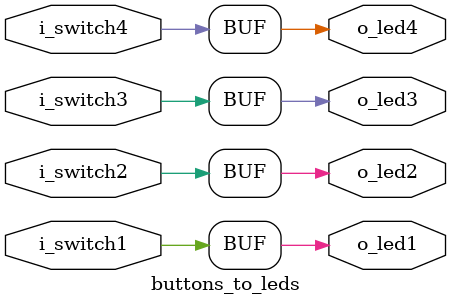
<source format=v>
module buttons_to_leds (
    input  wire i_switch1, i_switch2, i_switch3, i_switch4,
    output wire o_led1, o_led2, o_led3, o_led4
);
    assign o_led1 = i_switch1;
    assign o_led2 = i_switch2;
    assign o_led3 = i_switch3;
    assign o_led4 = i_switch4;
endmodule

</source>
